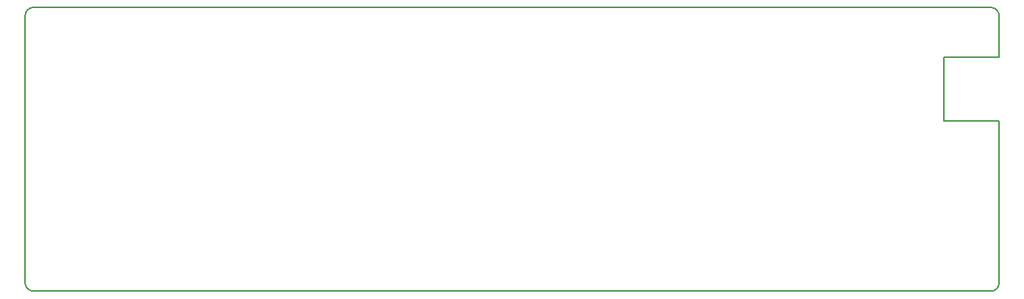
<source format=gm1>
G04 #@! TF.FileFunction,Profile,NP*
%FSLAX46Y46*%
G04 Gerber Fmt 4.6, Leading zero omitted, Abs format (unit mm)*
G04 Created by KiCad (PCBNEW 4.0.2-stable) date Sun May 15 21:38:53 2016*
%MOMM*%
G01*
G04 APERTURE LIST*
%ADD10C,0.100000*%
%ADD11C,0.150000*%
G04 APERTURE END LIST*
D10*
D11*
X161800000Y-83800000D02*
X272000000Y-83800000D01*
X160800000Y-115600000D02*
X160800000Y-84800000D01*
X272000000Y-116600000D02*
X161800000Y-116600000D01*
X273000000Y-96900000D02*
X273000000Y-115600000D01*
X273000000Y-84800000D02*
X273000000Y-89600000D01*
X161800000Y-83800000D02*
G75*
G03X160800000Y-84800000I0J-1000000D01*
G01*
X160800000Y-115600000D02*
G75*
G03X161800000Y-116600000I1000000J0D01*
G01*
X272000000Y-116600000D02*
G75*
G03X273000000Y-115600000I0J1000000D01*
G01*
X273000000Y-84800000D02*
G75*
G03X272000000Y-83800000I-1000000J0D01*
G01*
X266600000Y-89600000D02*
X273000000Y-89600000D01*
X266600000Y-89700000D02*
X266600000Y-89600000D01*
X266600000Y-96900000D02*
X266600000Y-89700000D01*
X273000000Y-96900000D02*
X266600000Y-96900000D01*
M02*

</source>
